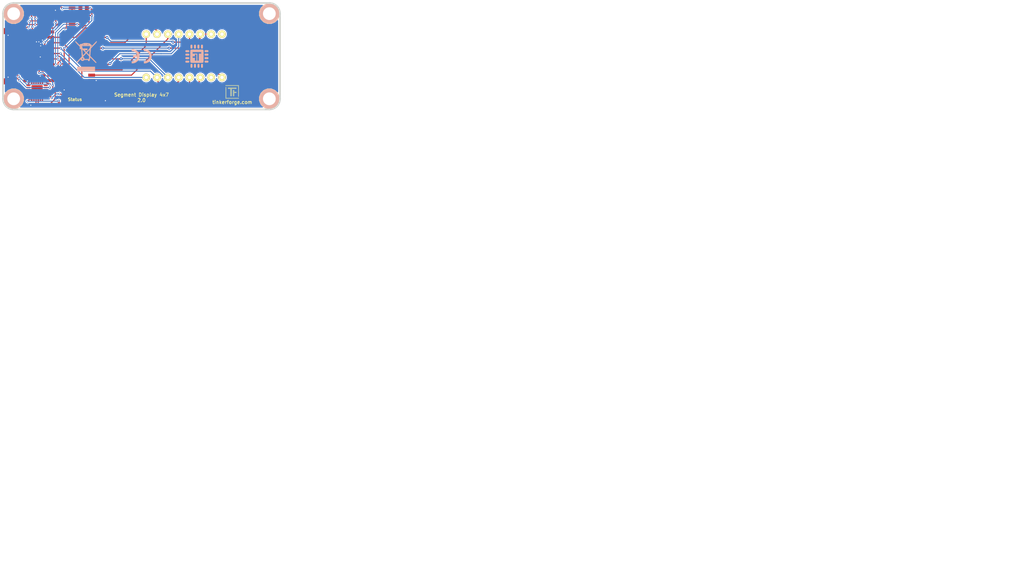
<source format=kicad_pcb>
(kicad_pcb (version 4) (host pcbnew 4.0.2+dfsg1-stable)
  (title_block (title "Segment Display 4x7 Bricklet") (date 2018-07-11) (rev 2.0) (company "Tinkerforge GmbH") (comment 1 "Licensed under CERN OHL v.1.1") (comment 2 "Copyright (©) 2018, L.Lauer <lukas@tinkerforge.com>"))
  (layers (0 Vorderseite signal) (31 Rückseite signal) (34 B.Paste user) (35 F.Paste user) (36 B.SilkS user) (37 F.SilkS user) (38 B.Mask user) (39 F.Mask user) (44 Edge.Cuts user))
  (net 0 "")
  (net 1 +5V)
  (net 2 COM1)
  (net 3 COM2)
  (net 4 COM3)
  (net 5 COM4)
  (net 6 GND)
  (net 7 VCC)
  (net 8 "Net-(P1-Pad4)")
  (net 9 "Net-(P1-Pad5)")
  (net 10 "Net-(P1-Pad6)")
  (net 11 "Net-(U2-Pad2)")
  (net 12 "Net-(U2-Pad3)")
  (net 13 "Net-(U2-Pad4)")
  (net 14 "Net-(U2-Pad5)")
  (net 15 "Net-(U2-Pad6)")
  (net 16 "Net-(U2-Pad7)")
  (net 17 "Net-(U2-Pad8)")
  (net 18 "Net-(U2-Pad9)")
  (net 19 "Net-(U2-Pad10)")
  (net 20 "Net-(U2-Pad11)")
  (net 21 "Net-(U2-Pad19)")
  (net 22 "Net-(U2-Pad20)")
  (net 23 "Net-(U3-Pad7)")
  (net 24 "Net-(U3-Pad9)")
  (net 25 "Net-(U3-Pad10)")
  (net 26 SDA2)
  (net 27 "Net-(C2-Pad1)")
  (net 28 SCL2)
  (net 29 "Net-(C8-Pad1)")
  (net 30 "Net-(D1-Pad2)")
  (net 31 "Net-(P2-Pad1)")
  (net 32 "Net-(P3-Pad2)")
  (net 33 "Net-(R1-Pad1)")
  (net 34 S-MISO)
  (net 35 S-MOSI)
  (net 36 S-CLK)
  (net 37 S-CS)
  (net 38 "Net-(RP2-Pad6)")
  (net 39 "Net-(RP2-Pad7)")
  (net 40 "Net-(U1-Pad2)")
  (net 41 "Net-(U1-Pad3)")
  (net 42 "Net-(U1-Pad5)")
  (net 43 "Net-(U1-Pad6)")
  (net 44 "Net-(U1-Pad8)")
  (net 45 "Net-(U1-Pad11)")
  (net 46 "Net-(U1-Pad12)")
  (net 47 "Net-(U1-Pad14)")
  (net 48 "Net-(U1-Pad16)")
  (net 49 SDA)
  (net 50 "Net-(U1-Pad18)")
  (net 51 SCL)
  (net 52 "Net-(U1-Pad20)")
  (net 53 "Net-(U1-Pad21)")
  (net 54 "Net-(U1-Pad4)")
  (net 55 "Net-(RP3-Pad6)")
  (net 56 "Net-(RP3-Pad7)")
  (module kicad-libraries:SOIC8 (layer Vorderseite) (at 56.4 32.9 270)
    (fp_text reference U8)
    (fp_text value PCA9306D)
    (pad 1 smd rect (at -1.90246 2.69748 90) (size 0.59944 1.5494) (layers Vorderseite F.Paste F.Mask) (net 6 GND))
    (pad 2 smd rect (at -0.63246 2.69748 90) (size 0.59944 1.5494) (layers Vorderseite F.Paste F.Mask) (net 7 VCC))
    (pad 3 smd rect (at 0.63246 2.69748 90) (size 0.59944 1.5494) (layers Vorderseite F.Paste F.Mask) (net 51 SCL))
    (pad 4 smd rect (at 1.90246 2.69748 90) (size 0.59944 1.5494) (layers Vorderseite F.Paste F.Mask) (net 49 SDA))
    (pad 5 smd rect (at 1.90246 -2.69748 270) (size 0.59944 1.5494) (layers Vorderseite F.Paste F.Mask) (net 26 SDA2))
    (pad 6 smd rect (at 0.63246 -2.69748 270) (size 0.59944 1.5494) (layers Vorderseite F.Paste F.Mask) (net 28 SCL2))
    (pad 7 smd rect (at -0.63246 -2.69748 270) (size 0.59944 1.5494) (layers Vorderseite F.Paste F.Mask) (net 29 "Net-(C8-Pad1)"))
    (pad 8 smd rect (at -1.90246 -2.69748 270) (size 0.59944 1.5494) (layers Vorderseite F.Paste F.Mask) (net 29 "Net-(C8-Pad1)"))
  )
  (module kicad-libraries:QFN24-4x4mm-0.5mm (layer Vorderseite) (at 50.9 50.4)
    (fp_text reference U1)
    (fp_text value XMC1XXX24)
    (pad 1 smd oval (at -2.025 -1.25) (size 1 0.3) (layers Vorderseite F.Paste F.Mask) (net 34 S-MISO))
    (pad 2 smd oval (at -2.025 -0.75) (size 1 0.3) (layers Vorderseite F.Paste F.Mask) (net 40 "Net-(U1-Pad2)"))
    (pad 3 smd oval (at -2.025 -0.25) (size 1 0.3) (layers Vorderseite F.Paste F.Mask) (net 41 "Net-(U1-Pad3)"))
    (pad 4 smd oval (at -2.025 0.25) (size 1 0.3) (layers Vorderseite F.Paste F.Mask) (net 54 "Net-(U1-Pad4)"))
    (pad 5 smd oval (at -2.025 0.75) (size 1 0.3) (layers Vorderseite F.Paste F.Mask) (net 42 "Net-(U1-Pad5)"))
    (pad 6 smd oval (at -2.025 1.25) (size 1 0.3) (layers Vorderseite F.Paste F.Mask) (net 43 "Net-(U1-Pad6)"))
    (pad 7 smd oval (at -1.25 2.025 90) (size 1 0.3) (layers Vorderseite F.Paste F.Mask) (net 33 "Net-(R1-Pad1)"))
    (pad 8 smd oval (at -0.75 2.025 90) (size 1 0.3) (layers Vorderseite F.Paste F.Mask) (net 44 "Net-(U1-Pad8)"))
    (pad 9 smd oval (at -0.25 2.025 90) (size 1 0.3) (layers Vorderseite F.Paste F.Mask) (net 6 GND))
    (pad 10 smd oval (at 0.25 2.025 90) (size 1 0.3) (layers Vorderseite F.Paste F.Mask) (net 7 VCC))
    (pad 11 smd oval (at 0.75 2.025 90) (size 1 0.3) (layers Vorderseite F.Paste F.Mask) (net 45 "Net-(U1-Pad11)"))
    (pad 12 smd oval (at 1.25 2.025 90) (size 1 0.3) (layers Vorderseite F.Paste F.Mask) (net 46 "Net-(U1-Pad12)"))
    (pad 13 smd oval (at 2.025 1.25) (size 1 0.3) (layers Vorderseite F.Paste F.Mask) (net 32 "Net-(P3-Pad2)"))
    (pad 14 smd oval (at 2.025 0.75) (size 1 0.3) (layers Vorderseite F.Paste F.Mask) (net 47 "Net-(U1-Pad14)"))
    (pad 15 smd oval (at 2.025 0.25) (size 1 0.3) (layers Vorderseite F.Paste F.Mask) (net 31 "Net-(P2-Pad1)"))
    (pad 16 smd oval (at 2.025 -0.25) (size 1 0.3) (layers Vorderseite F.Paste F.Mask) (net 48 "Net-(U1-Pad16)"))
    (pad 17 smd oval (at 2.025 -0.75) (size 1 0.3) (layers Vorderseite F.Paste F.Mask) (net 49 SDA))
    (pad 18 smd oval (at 2.025 -1.25) (size 1 0.3) (layers Vorderseite F.Paste F.Mask) (net 50 "Net-(U1-Pad18)"))
    (pad 19 smd oval (at 1.25 -2.025 90) (size 1 0.3) (layers Vorderseite F.Paste F.Mask) (net 51 SCL))
    (pad 20 smd oval (at 0.75 -2.025 90) (size 1 0.3) (layers Vorderseite F.Paste F.Mask) (net 52 "Net-(U1-Pad20)"))
    (pad 21 smd oval (at 0.25 -2.025 90) (size 1 0.3) (layers Vorderseite F.Paste F.Mask) (net 53 "Net-(U1-Pad21)"))
    (pad 22 smd oval (at -0.25 -2.025 90) (size 1 0.3) (layers Vorderseite F.Paste F.Mask) (net 37 S-CS))
    (pad 23 smd oval (at -0.75 -2.025 90) (size 1 0.3) (layers Vorderseite F.Paste F.Mask) (net 36 S-CLK))
    (pad 24 smd oval (at -1.25 -2.025 90) (size 1 0.3) (layers Vorderseite F.Paste F.Mask) (net 35 S-MOSI))
    (pad EXP smd rect (at 0.65 0.65) (size 1.3 1.3) (layers Vorderseite F.Paste F.Mask) (net 6 GND))
    (pad EXP smd rect (at 0.65 -0.65) (size 1.3 1.3) (layers Vorderseite F.Paste F.Mask) (net 6 GND))
    (pad EXP smd rect (at -0.65 0.65) (size 1.3 1.3) (layers Vorderseite F.Paste F.Mask) (net 6 GND))
    (pad EXP smd rect (at -0.65 -0.65) (size 1.3 1.3) (layers Vorderseite F.Paste F.Mask) (net 6 GND))
  )
  (module kicad-libraries:4X0402 (layer Vorderseite) (at 50 46.4 180)
    (fp_text reference RP1)
    (fp_text value 82)
    (pad 1 smd rect (at -0.7493 0.575) (size 0.29972 0.65) (layers Vorderseite F.Paste F.Mask) (net 8 "Net-(P1-Pad4)"))
    (pad 2 smd rect (at -0.24892 0.575) (size 0.29972 0.65) (layers Vorderseite F.Paste F.Mask) (net 9 "Net-(P1-Pad5)"))
    (pad 3 smd rect (at 0.24892 0.575) (size 0.29972 0.65) (layers Vorderseite F.Paste F.Mask) (net 10 "Net-(P1-Pad6)"))
    (pad 4 smd rect (at 0.7493 0.575) (size 0.29972 0.65) (layers Vorderseite F.Paste F.Mask) (net 27 "Net-(C2-Pad1)"))
    (pad 5 smd rect (at 0.7493 -0.575 180) (size 0.29972 0.65) (layers Vorderseite F.Paste F.Mask) (net 34 S-MISO))
    (pad 6 smd rect (at 0.24892 -0.575 180) (size 0.29972 0.65) (layers Vorderseite F.Paste F.Mask) (net 35 S-MOSI))
    (pad 7 smd rect (at -0.24892 -0.575 180) (size 0.29972 0.65) (layers Vorderseite F.Paste F.Mask) (net 36 S-CLK))
    (pad 8 smd rect (at -0.7493 -0.575 180) (size 0.29972 0.65) (layers Vorderseite F.Paste F.Mask) (net 37 S-CS))
  )
  (module kicad-libraries:R0603F (layer Vorderseite) (at 61.82 31.02)
    (fp_text reference R2)
    (fp_text value 200k)
    (pad 1 smd rect (at -0.75 0) (size 0.9 0.9) (layers Vorderseite F.Paste F.Mask) (net 29 "Net-(C8-Pad1)"))
    (pad 2 smd rect (at 0.75 0) (size 0.9 0.9) (layers Vorderseite F.Paste F.Mask) (net 1 +5V))
  )
  (module kicad-libraries:R0603F (layer Vorderseite) (at 56.81 53.63)
    (fp_text reference R1)
    (fp_text value 1k)
    (pad 1 smd rect (at -0.75 0) (size 0.9 0.9) (layers Vorderseite F.Paste F.Mask) (net 33 "Net-(R1-Pad1)"))
    (pad 2 smd rect (at 0.75 0) (size 0.9 0.9) (layers Vorderseite F.Paste F.Mask) (net 30 "Net-(D1-Pad2)"))
  )
  (module kicad-libraries:SolderJumper (layer Vorderseite) (at 65.92 52.74 180)
    (fp_text reference P3)
    (fp_text value BOOT)
    (pad 2 smd rect (at 0.55 0 180) (size 0.3 1.4) (layers Vorderseite F.Mask) (net 32 "Net-(P3-Pad2)"))
    (pad 2 smd rect (at 0.15 0 180) (size 0.6 0.5) (layers Vorderseite F.Mask) (net 32 "Net-(P3-Pad2)"))
    (pad 1 smd rect (at -0.5 0 180) (size 0.4 1.4) (layers Vorderseite F.Mask) (net 6 GND))
    (pad 1 smd rect (at -0.225 0.55 180) (size 0.95 0.3) (layers Vorderseite F.Mask) (net 6 GND))
    (pad 1 smd rect (at -0.225 -0.55 180) (size 0.95 0.3) (layers Vorderseite F.Mask) (net 6 GND))
  )
  (module kicad-libraries:DEBUG_PAD (layer Vorderseite) (at 54.27 50.95)
    (fp_text reference P2)
    (fp_text value DEBUG)
    (pad 1 smd circle (at 0 0) (size 0.7 0.7) (layers Vorderseite F.Paste F.Mask) (net 31 "Net-(P2-Pad1)"))
  )
  (module kicad-libraries:CON-SENSOR2 (layer Vorderseite) (at 42.9 42.3 270)
    (fp_text reference P1)
    (fp_text value CON-SENSOR2)
    (pad 1 smd rect (at -3.75 -4.6 270) (size 0.6 1.8) (layers Vorderseite F.Paste F.Mask) (net 1 +5V))
    (pad 2 smd rect (at -2.5 -4.6 270) (size 0.6 1.8) (layers Vorderseite F.Paste F.Mask) (net 6 GND))
    (pad EP smd rect (at -5.9 -1.2 270) (size 1.4 2.4) (layers Vorderseite F.Paste F.Mask) (net 6 GND))
    (pad EP smd rect (at 5.9 -1.2 270) (size 1.4 2.4) (layers Vorderseite F.Paste F.Mask) (net 6 GND))
    (pad 3 smd rect (at -1.25 -4.6 270) (size 0.6 1.8) (layers Vorderseite F.Paste F.Mask) (net 7 VCC))
    (pad 4 smd rect (at 0 -4.6 270) (size 0.6 1.8) (layers Vorderseite F.Paste F.Mask) (net 8 "Net-(P1-Pad4)"))
    (pad 5 smd rect (at 1.25 -4.6 270) (size 0.6 1.8) (layers Vorderseite F.Paste F.Mask) (net 9 "Net-(P1-Pad5)"))
    (pad 6 smd rect (at 2.5 -4.6 270) (size 0.6 1.8) (layers Vorderseite F.Paste F.Mask) (net 10 "Net-(P1-Pad6)"))
    (pad 7 smd rect (at 3.75 -4.6 270) (size 0.6 1.8) (layers Vorderseite F.Paste F.Mask) (net 27 "Net-(C2-Pad1)"))
  )
  (module kicad-libraries:D0603F (layer Vorderseite) (at 59.77 53.63 180)
    (fp_text reference D1)
    (fp_text value blue)
    (pad 1 smd rect (at -0.75 0 180) (size 0.9 0.9) (layers Vorderseite F.Paste F.Mask) (net 7 VCC))
    (pad 2 smd rect (at 0.75 0 180) (size 0.9 0.9) (layers Vorderseite F.Paste F.Mask) (net 30 "Net-(D1-Pad2)"))
  )
  (module kicad-libraries:C0603F (layer Vorderseite) (at 52.16 37.03 270)
    (fp_text reference C8)
    (fp_text value 100nF)
    (pad 1 smd rect (at -0.75 0 270) (size 0.9 0.9) (layers Vorderseite F.Paste F.Mask) (net 29 "Net-(C8-Pad1)"))
    (pad 2 smd rect (at 0.75 0 270) (size 0.9 0.9) (layers Vorderseite F.Paste F.Mask) (net 6 GND))
  )
  (module kicad-libraries:C0603F (layer Vorderseite) (at 50.9 53.8 180)
    (fp_text reference C7)
    (fp_text value 100nF)
    (pad 1 smd rect (at -0.75 0 180) (size 0.9 0.9) (layers Vorderseite F.Paste F.Mask) (net 7 VCC))
    (pad 2 smd rect (at 0.75 0 180) (size 0.9 0.9) (layers Vorderseite F.Paste F.Mask) (net 6 GND))
  )
  (module kicad-libraries:C0603F (layer Vorderseite) (at 51.01 40.41 90)
    (fp_text reference C6)
    (fp_text value 1uF)
    (pad 1 smd rect (at -0.75 0 90) (size 0.9 0.9) (layers Vorderseite F.Paste F.Mask) (net 7 VCC))
    (pad 2 smd rect (at 0.75 0 90) (size 0.9 0.9) (layers Vorderseite F.Paste F.Mask) (net 6 GND))
  )
  (module kicad-libraries:C0603F (layer Vorderseite) (at 56.51 49.48)
    (fp_text reference C5)
    (fp_text value 100nF)
    (pad 1 smd rect (at -0.75 0) (size 0.9 0.9) (layers Vorderseite F.Paste F.Mask) (net 1 +5V))
    (pad 2 smd rect (at 0.75 0) (size 0.9 0.9) (layers Vorderseite F.Paste F.Mask) (net 6 GND))
  )
  (module kicad-libraries:C0805 (layer Vorderseite) (at 49.54 40.41 90)
    (fp_text reference C4)
    (fp_text value 10uF)
    (pad 1 smd rect (at -1.00076 0 90) (size 1.00076 1.24968) (layers Vorderseite F.Paste F.Mask) (net 7 VCC) (clearance 0.14986))
    (pad 2 smd rect (at 1.00076 0 90) (size 1.00076 1.24968) (layers Vorderseite F.Paste F.Mask) (net 6 GND) (clearance 0.14986))
  )
  (module kicad-libraries:C0603F (layer Vorderseite) (at 52.38 46.22 90)
    (fp_text reference C3)
    (fp_text value 1nF)
    (pad 1 smd rect (at -0.75 0 90) (size 0.9 0.9) (layers Vorderseite F.Paste F.Mask) (net 6 GND))
    (pad 2 smd rect (at 0.75 0 90) (size 0.9 0.9) (layers Vorderseite F.Paste F.Mask) (net 28 SCL2))
  )
  (module kicad-libraries:C0402F (layer Vorderseite) (at 48 47.6 270)
    (fp_text reference C2)
    (fp_text value 220pF)
    (pad 2 smd rect (at 0.5 0 270) (size 0.6 0.7) (layers Vorderseite F.Paste F.Mask) (net 6 GND))
    (pad 1 smd rect (at -0.5 0 270) (size 0.6 0.7) (layers Vorderseite F.Paste F.Mask) (net 27 "Net-(C2-Pad1)"))
  )
  (module kicad-libraries:C0603F (layer Vorderseite) (at 52.38 43.23 270)
    (fp_text reference C1)
    (fp_text value 1nF)
    (pad 1 smd rect (at -0.75 0 270) (size 0.9 0.9) (layers Vorderseite F.Paste F.Mask) (net 6 GND))
    (pad 2 smd rect (at 0.75 0 270) (size 0.9 0.9) (layers Vorderseite F.Paste F.Mask) (net 26 SDA2))
  )
  (module kicad-libraries:SEGMENT_4X7 (layer Vorderseite) (at 85.4 42.2)
    (fp_text reference U3)
    (fp_text value SEGMENT_4X7)
    (pad 1 thru_hole circle (at -8.89 5.08) (size 1.8 1.8) (drill 0.8) (layers *.Cu *.Mask F.SilkS) (net 2 COM1))
    (pad 2 thru_hole circle (at -6.35 5.08) (size 1.8 1.8) (drill 0.8) (layers *.Cu *.Mask F.SilkS) (net 3 COM2))
    (pad 3 thru_hole circle (at -3.81 5.08) (size 1.8 1.8) (drill 0.8) (layers *.Cu *.Mask F.SilkS) (net 14 "Net-(U2-Pad5)"))
    (pad 4 thru_hole circle (at -1.27 5.08) (size 1.8 1.8) (drill 0.8) (layers *.Cu *.Mask F.SilkS) (net 3 COM2))
    (pad 5 thru_hole circle (at 1.27 5.08) (size 1.8 1.8) (drill 0.8) (layers *.Cu *.Mask F.SilkS) (net 15 "Net-(U2-Pad6)"))
    (pad 6 thru_hole circle (at 3.81 5.08) (size 1.8 1.8) (drill 0.8) (layers *.Cu *.Mask F.SilkS) (net 4 COM3))
    (pad 7 thru_hole circle (at 6.35 5.08) (size 1.8 1.8) (drill 0.8) (layers *.Cu *.Mask F.SilkS) (net 23 "Net-(U3-Pad7)"))
    (pad 8 thru_hole circle (at 8.89 5.08) (size 1.8 1.8) (drill 0.8) (layers *.Cu *.Mask F.SilkS) (net 5 COM4))
    (pad 9 thru_hole circle (at 8.89 -5.08) (size 1.8 1.8) (drill 0.8) (layers *.Cu *.Mask F.SilkS) (net 24 "Net-(U3-Pad9)"))
    (pad 10 thru_hole circle (at 6.35 -5.08) (size 1.8 1.8) (drill 0.8) (layers *.Cu *.Mask F.SilkS) (net 25 "Net-(U3-Pad10)"))
    (pad 11 thru_hole circle (at 3.81 -5.08) (size 1.8 1.8) (drill 0.8) (layers *.Cu *.Mask F.SilkS) (net 16 "Net-(U2-Pad7)"))
    (pad 12 thru_hole circle (at 1.27 -5.08) (size 1.8 1.8) (drill 0.8) (layers *.Cu *.Mask F.SilkS) (net 18 "Net-(U2-Pad9)"))
    (pad 13 thru_hole circle (at -1.27 -5.08) (size 1.8 1.8) (drill 0.8) (layers *.Cu *.Mask F.SilkS) (net 13 "Net-(U2-Pad4)"))
    (pad 14 thru_hole circle (at -3.81 -5.08) (size 1.8 1.8) (drill 0.8) (layers *.Cu *.Mask F.SilkS) (net 11 "Net-(U2-Pad2)"))
    (pad 15 thru_hole circle (at -6.35 -5.08) (size 1.8 1.8) (drill 0.9) (layers *.Cu *.Mask F.SilkS) (net 17 "Net-(U2-Pad8)"))
    (pad 16 thru_hole circle (at -8.89 -5.08) (size 1.8 1.8) (drill 0.9) (layers *.Cu *.Mask F.SilkS) (net 12 "Net-(U2-Pad3)"))
  )
  (module kicad-libraries:SOP20 (layer Vorderseite) (at 58.9 42.3 90)
    (fp_text reference U2)
    (fp_text value TM1637)
    (pad 1 smd rect (at -5.71246 4.79806 270) (size 0.6985 1.59766) (layers Vorderseite F.Paste F.Mask) (net 6 GND))
    (pad 2 smd rect (at -4.44246 4.79806 270) (size 0.6985 1.59766) (layers Vorderseite F.Paste F.Mask) (net 11 "Net-(U2-Pad2)"))
    (pad 3 smd rect (at -3.17246 4.79806 270) (size 0.6985 1.59766) (layers Vorderseite F.Paste F.Mask) (net 12 "Net-(U2-Pad3)"))
    (pad 4 smd rect (at -1.90246 4.79806 270) (size 0.6985 1.59766) (layers Vorderseite F.Paste F.Mask) (net 13 "Net-(U2-Pad4)"))
    (pad 5 smd rect (at -0.63246 4.79806 270) (size 0.6985 1.59766) (layers Vorderseite F.Paste F.Mask) (net 14 "Net-(U2-Pad5)"))
    (pad 6 smd rect (at 0.63246 4.79806 270) (size 0.6985 1.59766) (layers Vorderseite F.Paste F.Mask) (net 15 "Net-(U2-Pad6)"))
    (pad 7 smd rect (at 1.90246 4.79806 270) (size 0.6985 1.59766) (layers Vorderseite F.Paste F.Mask) (net 16 "Net-(U2-Pad7)"))
    (pad 8 smd rect (at 3.17246 4.79806 270) (size 0.6985 1.59766) (layers Vorderseite F.Paste F.Mask) (net 17 "Net-(U2-Pad8)"))
    (pad 9 smd rect (at 4.44246 4.79806 270) (size 0.6985 1.59766) (layers Vorderseite F.Paste F.Mask) (net 18 "Net-(U2-Pad9)"))
    (pad 10 smd rect (at 5.71246 4.79806 270) (size 0.6985 1.59766) (layers Vorderseite F.Paste F.Mask) (net 19 "Net-(U2-Pad10)"))
    (pad 11 smd rect (at 5.71246 -4.79806 90) (size 0.6985 1.59766) (layers Vorderseite F.Paste F.Mask) (net 20 "Net-(U2-Pad11)"))
    (pad 12 smd rect (at 4.44246 -4.79806 90) (size 0.6985 1.59766) (layers Vorderseite F.Paste F.Mask) (net 5 COM4))
    (pad 13 smd rect (at 3.17246 -4.79806 90) (size 0.6985 1.59766) (layers Vorderseite F.Paste F.Mask) (net 4 COM3))
    (pad 14 smd rect (at 1.90246 -4.79806 90) (size 0.6985 1.59766) (layers Vorderseite F.Paste F.Mask) (net 3 COM2))
    (pad 15 smd rect (at 0.63246 -4.79806 90) (size 0.6985 1.59766) (layers Vorderseite F.Paste F.Mask) (net 2 COM1))
    (pad 16 smd rect (at -0.63246 -4.79806 90) (size 0.6985 1.59766) (layers Vorderseite F.Paste F.Mask) (net 1 +5V))
    (pad 17 smd rect (at -1.90246 -4.79806 90) (size 0.6985 1.59766) (layers Vorderseite F.Paste F.Mask) (net 26 SDA2))
    (pad 18 smd rect (at -3.17246 -4.79806 90) (size 0.6985 1.59766) (layers Vorderseite F.Paste F.Mask) (net 28 SCL2))
    (pad 19 smd rect (at -4.44246 -4.79806 90) (size 0.6985 1.59766) (layers Vorderseite F.Paste F.Mask) (net 21 "Net-(U2-Pad19)"))
    (pad 20 smd rect (at -5.71246 -4.79806 90) (size 0.6985 1.59766) (layers Vorderseite F.Paste F.Mask) (net 22 "Net-(U2-Pad20)"))
  )
  (module kicad-libraries:DRILL_NP (layer Vorderseite) (at 45.4 52.3)
    (fp_text reference U4 hide)
    (fp_text value DRILL hide)
    (pad "" np_thru_hole circle (at 0 0) (size 2.99974 2.99974) (drill 2.99974) (layers *.Cu *.Mask F.SilkS) (clearance 0.89916))
  )
  (module kicad-libraries:DRILL_NP (layer Vorderseite) (at 45.4 32.3)
    (fp_text reference U6 hide)
    (fp_text value DRILL hide)
    (pad "" np_thru_hole circle (at 0 0) (size 2.99974 2.99974) (drill 2.99974) (layers *.Cu *.Mask F.SilkS) (clearance 0.89916))
  )
  (module kicad-libraries:DRILL_NP (layer Vorderseite) (at 105.4 52.3)
    (fp_text reference U5 hide)
    (fp_text value DRILL hide)
    (pad "" np_thru_hole circle (at 0 0) (size 2.99974 2.99974) (drill 2.99974) (layers *.Cu *.Mask F.SilkS) (clearance 0.89916))
  )
  (module kicad-libraries:DRILL_NP (layer Vorderseite) (at 105.4 32.3)
    (fp_text reference U7 hide)
    (fp_text value DRILL hide)
    (pad "" np_thru_hole circle (at 0 0) (size 2.99974 2.99974) (drill 2.99974) (layers *.Cu *.Mask F.SilkS) (clearance 0.89916))
  )
  (module kicad-libraries:Logo_31x31 (layer Vorderseite) (at 95.1 49.1)
    (fp_text reference G*** hide)
    (fp_text value Logo_31x31 hide)
  )
  (module kicad-libraries:WEEE_7mm (layer Rückseite) (at 62.4 42.3 180)
    (fp_text reference VAL hide)
    (fp_text value WEEE_7mm hide)
  )
  (module kicad-libraries:CE_5mm (layer Rückseite) (at 75.4 42.3 180)
    (fp_text reference VAL hide)
    (fp_text value CE_5mm hide)
  )
  (module kicad-libraries:Fiducial_Mark (layer Vorderseite) (at 100.4 50.3)
    (fp_text reference Fiducial_Mark hide)
    (fp_text value VAL** hide)
    (pad 1 smd circle (at 0 0) (size 1.00076 1.00076) (layers Vorderseite F.Paste F.Mask) (clearance 0.65024))
  )
  (module kicad-libraries:Fiducial_Mark (layer Vorderseite) (at 100.4 31.3)
    (fp_text reference Fiducial_Mark hide)
    (fp_text value VAL** hide)
    (pad 1 smd circle (at 0 0) (size 1.00076 1.00076) (layers Vorderseite F.Paste F.Mask) (clearance 0.65024))
  )
  (module kicad-libraries:Fiducial_Mark (layer Vorderseite) (at 69.6 32.9)
    (fp_text reference Fiducial_Mark hide)
    (fp_text value VAL** hide)
    (pad 1 smd circle (at 0 0) (size 1.00076 1.00076) (layers Vorderseite F.Paste F.Mask) (clearance 0.65024))
  )
  (module kicad-libraries:Logo_CoMCU (layer Rückseite) (at 88.4 42.3 180)
    (fp_text reference G*** hide)
    (fp_text value LOGO hide)
  )
  (module kicad-libraries:4X0402 (layer Vorderseite) (at 51.19 31.94 180)
    (fp_text reference RP3)
    (fp_text value 2k2)
    (pad 1 smd rect (at -0.7493 0.575) (size 0.29972 0.65) (layers Vorderseite F.Paste F.Mask) (net 7 VCC))
    (pad 2 smd rect (at -0.24892 0.575) (size 0.29972 0.65) (layers Vorderseite F.Paste F.Mask) (net 7 VCC))
    (pad 3 smd rect (at 0.24892 0.575) (size 0.29972 0.65) (layers Vorderseite F.Paste F.Mask) (net 7 VCC))
    (pad 4 smd rect (at 0.7493 0.575) (size 0.29972 0.65) (layers Vorderseite F.Paste F.Mask) (net 7 VCC))
    (pad 5 smd rect (at 0.7493 -0.575 180) (size 0.29972 0.65) (layers Vorderseite F.Paste F.Mask) (net 49 SDA))
    (pad 6 smd rect (at 0.24892 -0.575 180) (size 0.29972 0.65) (layers Vorderseite F.Paste F.Mask) (net 55 "Net-(RP3-Pad6)"))
    (pad 7 smd rect (at -0.24892 -0.575 180) (size 0.29972 0.65) (layers Vorderseite F.Paste F.Mask) (net 56 "Net-(RP3-Pad7)"))
    (pad 8 smd rect (at -0.7493 -0.575 180) (size 0.29972 0.65) (layers Vorderseite F.Paste F.Mask) (net 51 SCL))
  )
  (module kicad-libraries:4X0402 (layer Vorderseite) (at 62.3 33.3 180)
    (fp_text reference RP2)
    (fp_text value 2k2)
    (pad 1 smd rect (at -0.7493 0.575) (size 0.29972 0.65) (layers Vorderseite F.Paste F.Mask) (net 1 +5V))
    (pad 2 smd rect (at -0.24892 0.575) (size 0.29972 0.65) (layers Vorderseite F.Paste F.Mask) (net 1 +5V))
    (pad 3 smd rect (at 0.24892 0.575) (size 0.29972 0.65) (layers Vorderseite F.Paste F.Mask) (net 1 +5V))
    (pad 4 smd rect (at 0.7493 0.575) (size 0.29972 0.65) (layers Vorderseite F.Paste F.Mask) (net 1 +5V))
    (pad 5 smd rect (at 0.7493 -0.575 180) (size 0.29972 0.65) (layers Vorderseite F.Paste F.Mask) (net 26 SDA2))
    (pad 6 smd rect (at 0.24892 -0.575 180) (size 0.29972 0.65) (layers Vorderseite F.Paste F.Mask) (net 38 "Net-(RP2-Pad6)"))
    (pad 7 smd rect (at -0.24892 -0.575 180) (size 0.29972 0.65) (layers Vorderseite F.Paste F.Mask) (net 39 "Net-(RP2-Pad7)"))
    (pad 8 smd rect (at -0.7493 -0.575 180) (size 0.29972 0.65) (layers Vorderseite F.Paste F.Mask) (net 28 SCL2))
  )
  (gr_text Status (at 59.77 52.44) (layer F.SilkS) (effects (font (size 0.7 0.7))))
  (gr_line (start 107.9 52.3) (end 107.9 32.4) (angle 90) (layer Edge.Cuts) (width 0.381))
  (gr_line (start 105.4 54.8) (end 45.4 54.8) (angle 90) (layer Edge.Cuts) (width 0.381))
  (gr_line (start 105.5 29.8) (end 45.4 29.8) (angle 90) (layer Edge.Cuts) (width 0.381))
  (gr_arc (start 105.4 52.3) (end 107.9 52.3) (angle 90) (layer Edge.Cuts) (width 0.381))
  (gr_arc (start 105.4 32.3) (end 105.5 29.8) (angle 90) (layer Edge.Cuts) (width 0.381))
  (gr_text "Segment Display 4x7\n2.0" (at 75.4 52) (layer F.SilkS) (effects (font (size 0.8 0.8))))
  (gr_text tinkerforge.com (at 96.7 53.1) (layer F.SilkS) (effects (font (size 0.8 0.8))))
  (gr_line (start 42.9 32.3) (end 42.9 52.3) (angle 90) (layer Edge.Cuts) (width 0.381))
  (gr_arc (start 45.4 32.3) (end 42.9 32.3) (angle 90) (layer Edge.Cuts) (width 0.381))
  (gr_arc (start 45.4 52.3) (end 45.4 54.8) (angle 90) (layer Edge.Cuts) (width 0.381))
  (segment (start 47.5 38.55) (end 48.87 38.55) (width 0.25) (layer Vorderseite) (net 1))
  (segment (start 63.35 31.02) (end 63.4 31.02) (width 0.25) (layer Vorderseite) (net 1))
  (via (at 63.35 31.02) (size 0.55) (drill 0.25) (layers Vorderseite Rückseite) (net 1))
  (segment (start 56.87 31.02) (end 63.35 31.02) (width 0.25) (layer Rückseite) (net 1))
  (segment (start 56.83 31.06) (end 56.87 31.02) (width 0.25) (layer Rückseite) (net 1))
  (via (at 56.83 31.06) (size 0.55) (drill 0.25) (layers Vorderseite Rückseite) (net 1))
  (segment (start 56.18 30.41) (end 56.83 31.06) (width 0.25) (layer Vorderseite) (net 1))
  (segment (start 50.08 30.41) (end 56.18 30.41) (width 0.25) (layer Vorderseite) (net 1))
  (segment (start 49.61 30.88) (end 50.08 30.41) (width 0.25) (layer Vorderseite) (net 1))
  (segment (start 49.61 33.25) (end 49.61 30.88) (width 0.25) (layer Vorderseite) (net 1))
  (via (at 49.61 33.25) (size 0.55) (drill 0.25) (layers Vorderseite Rückseite) (net 1))
  (segment (start 49.61 33.63) (end 49.61 33.25) (width 0.25) (layer Rückseite) (net 1))
  (segment (start 49.78 33.8) (end 49.61 33.63) (width 0.25) (layer Rückseite) (net 1))
  (segment (start 49.78 35.44) (end 49.78 33.8) (width 0.25) (layer Rückseite) (net 1))
  (via (at 49.78 35.44) (size 0.55) (drill 0.25) (layers Vorderseite Rückseite) (net 1))
  (segment (start 49.78 37.64) (end 49.78 35.44) (width 0.25) (layer Vorderseite) (net 1))
  (segment (start 48.87 38.55) (end 49.78 37.64) (width 0.25) (layer Vorderseite) (net 1))
  (segment (start 63.75 32.73) (end 63.0543 32.73) (width 0.25) (layer Vorderseite) (net 1))
  (segment (start 63.0543 32.73) (end 63.0493 32.725) (width 0.25) (layer Vorderseite) (net 1))
  (segment (start 56.43 44.12) (end 56.85 44.12) (width 0.25) (layer Vorderseite) (net 1))
  (segment (start 63.4 31.02) (end 62.57 31.02) (width 0.25) (layer Vorderseite) (net 1))
  (segment (start 63.74 31.36) (end 63.4 31.02) (width 0.25) (layer Vorderseite) (net 1))
  (segment (start 63.74 32.72) (end 63.74 31.36) (width 0.25) (layer Vorderseite) (net 1))
  (segment (start 63.75 32.73) (end 63.74 32.72) (width 0.25) (layer Vorderseite) (net 1))
  (via (at 63.75 32.73) (size 0.55) (drill 0.25) (layers Vorderseite Rückseite) (net 1))
  (segment (start 63.75 33.91) (end 63.75 32.73) (width 0.25) (layer Rückseite) (net 1))
  (segment (start 57.26 40.4) (end 63.75 33.91) (width 0.25) (layer Rückseite) (net 1))
  (via (at 57.26 40.4) (size 0.55) (drill 0.25) (layers Vorderseite Rückseite) (net 1))
  (segment (start 57.26 43.71) (end 57.26 40.4) (width 0.25) (layer Vorderseite) (net 1))
  (segment (start 56.85 44.12) (end 57.26 43.71) (width 0.25) (layer Vorderseite) (net 1))
  (segment (start 62.54892 32.725) (end 63.0493 32.725) (width 0.25) (layer Vorderseite) (net 1))
  (segment (start 62.05108 32.725) (end 62.54892 32.725) (width 0.25) (layer Vorderseite) (net 1))
  (segment (start 61.5507 32.725) (end 62.05108 32.725) (width 0.25) (layer Vorderseite) (net 1))
  (segment (start 62.54892 31.04108) (end 62.57 31.02) (width 0.25) (layer Vorderseite) (net 1))
  (segment (start 54.10194 42.93246) (end 55.69246 42.93246) (width 0.2) (layer Vorderseite) (net 1))
  (segment (start 55.76 48.24) (end 55.76 49.48) (width 0.2) (layer Vorderseite) (net 1))
  (segment (start 56.4 47.6) (end 55.76 48.24) (width 0.2) (layer Vorderseite) (net 1))
  (segment (start 56.4 44.15) (end 56.4 47.6) (width 0.2) (layer Vorderseite) (net 1))
  (segment (start 56.43 44.12) (end 56.4 44.15) (width 0.2) (layer Vorderseite) (net 1))
  (via (at 56.43 44.12) (size 0.55) (drill 0.25) (layers Vorderseite Rückseite) (net 1))
  (segment (start 56.43 43.67) (end 56.43 44.12) (width 0.2) (layer Rückseite) (net 1))
  (segment (start 55.81 43.05) (end 56.43 43.67) (width 0.2) (layer Rückseite) (net 1))
  (via (at 55.81 43.05) (size 0.55) (drill 0.25) (layers Vorderseite Rückseite) (net 1))
  (segment (start 55.69246 42.93246) (end 55.81 43.05) (width 0.2) (layer Vorderseite) (net 1))
  (segment (start 54.10194 41.66754) (end 56.38754 41.66754) (width 0.25) (layer Vorderseite) (net 2))
  (segment (start 61.96 47.28) (end 62.56 47.28) (width 0.25) (layer Rückseite) (net 2))
  (segment (start 56.39 41.71) (end 61.96 47.28) (width 0.25) (layer Rückseite) (net 2))
  (segment (start 56.39 41.67) (end 56.39 41.71) (width 0.25) (layer Rückseite) (net 2))
  (segment (start 56.38754 41.66754) (end 56.39 41.67) (width 0.25) (layer Rückseite) (net 2))
  (via (at 56.38754 41.66754) (size 0.55) (drill 0.25) (layers Vorderseite Rückseite) (net 2))
  (segment (start 76.51 47.28) (end 62.56 47.28) (width 0.25) (layer Rückseite) (net 2))
  (segment (start 54.10194 40.39754) (end 56.39754 40.39754) (width 0.25) (layer Vorderseite) (net 3))
  (segment (start 61.8 45.8) (end 62.1 45.8) (width 0.25) (layer Rückseite) (net 3))
  (segment (start 56.41 40.41) (end 61.8 45.8) (width 0.25) (layer Rückseite) (net 3))
  (via (at 56.41 40.41) (size 0.55) (drill 0.25) (layers Vorderseite Rückseite) (net 3))
  (segment (start 56.39754 40.39754) (end 56.41 40.41) (width 0.25) (layer Vorderseite) (net 3))
  (segment (start 78.98 47.28) (end 77.5 45.8) (width 0.25) (layer Rückseite) (net 3))
  (segment (start 77.5 45.8) (end 62.1 45.8) (width 0.25) (layer Rückseite) (net 3))
  (segment (start 79.05 47.28) (end 78.98 47.28) (width 0.29972) (layer Rückseite) (net 3))
  (segment (start 79.05 48.05) (end 79.7 48.7) (width 0.25) (layer Vorderseite) (net 3))
  (segment (start 79.7 48.7) (end 83.6 48.7) (width 0.25) (layer Vorderseite) (net 3))
  (segment (start 83.6 48.7) (end 84.13 48.17) (width 0.25) (layer Vorderseite) (net 3))
  (segment (start 84.13 48.17) (end 84.13 47.28) (width 0.29972) (layer Vorderseite) (net 3))
  (segment (start 79.05 47.28) (end 79.05 48.05) (width 0.29972) (layer Vorderseite) (net 3))
  (segment (start 89.21 47.99) (end 86.2 51) (width 0.25) (layer Vorderseite) (net 4))
  (segment (start 86.2 51) (end 62 51) (width 0.25) (layer Vorderseite) (net 4))
  (segment (start 62 51) (end 58.4 47.4) (width 0.25) (layer Vorderseite) (net 4))
  (segment (start 58.4 47.4) (end 58.4 40.6) (width 0.25) (layer Vorderseite) (net 4))
  (segment (start 58.4 40.6) (end 56.92754 39.12754) (width 0.25) (layer Vorderseite) (net 4))
  (segment (start 56.92754 39.12754) (end 54.10194 39.12754) (width 0.25) (layer Vorderseite) (net 4))
  (segment (start 89.21 47.28) (end 89.21 47.99) (width 0.29972) (layer Vorderseite) (net 4))
  (segment (start 61.59 36.31) (end 62.25 35.65) (width 0.25) (layer Vorderseite) (net 5))
  (segment (start 73.9 35.65) (end 74.19 35.36) (width 0.25) (layer Vorderseite) (net 5))
  (segment (start 62.25 35.65) (end 73.9 35.65) (width 0.25) (layer Vorderseite) (net 5))
  (segment (start 74.19 35.36) (end 74.85 34.7) (width 0.25) (layer Vorderseite) (net 5))
  (segment (start 90.475 43.465) (end 94.29 47.28) (width 0.25) (layer Vorderseite) (net 5))
  (segment (start 90.475 36.175) (end 90.475 43.465) (width 0.25) (layer Vorderseite) (net 5))
  (segment (start 89 34.7) (end 90.475 36.175) (width 0.25) (layer Vorderseite) (net 5))
  (segment (start 74.85 34.7) (end 89 34.7) (width 0.25) (layer Vorderseite) (net 5))
  (segment (start 60.04246 37.85754) (end 61.59 36.31) (width 0.25) (layer Vorderseite) (net 5))
  (segment (start 54.10194 37.85754) (end 60.04246 37.85754) (width 0.25) (layer Vorderseite) (net 5))
  (segment (start 51.74 39.28) (end 51.74 39.86) (width 0.55) (layer Vorderseite) (net 6))
  (segment (start 51.54 39.66) (end 51.74 39.86) (width 0.55) (layer Vorderseite) (net 6))
  (via (at 51.74 39.86) (size 0.55) (drill 0.25) (layers Vorderseite Rückseite) (net 6))
  (segment (start 51.54 39.66) (end 51.01 39.66) (width 0.55) (layer Vorderseite) (net 6))
  (via (at 51.74 39.28) (size 0.55) (drill 0.25) (layers Vorderseite Rückseite) (net 6))
  (segment (start 51.31 38.91) (end 51.37 38.91) (width 0.55) (layer Vorderseite) (net 6))
  (segment (start 51.74 39.28) (end 51.36 39.66) (width 0.55) (layer Vorderseite) (net 6))
  (via (at 51.31 38.91) (size 0.55) (drill 0.25) (layers Vorderseite Rückseite) (net 6))
  (segment (start 51.3 38.92) (end 51.31 38.91) (width 0.55) (layer Vorderseite) (net 6))
  (segment (start 51.01 39.66) (end 51.01 39.18) (width 0.55) (layer Vorderseite) (net 6))
  (via (at 50.75 38.92) (size 0.55) (drill 0.25) (layers Vorderseite Rückseite) (net 6))
  (segment (start 51.01 39.18) (end 50.75 38.92) (width 0.55) (layer Vorderseite) (net 6))
  (segment (start 50.75 38.92) (end 51.3 38.92) (width 0.55) (layer Vorderseite) (net 6))
  (segment (start 51.37 38.91) (end 51.74 39.28) (width 0.55) (layer Vorderseite) (net 6))
  (segment (start 51.31 38.91) (end 51.01 39.21) (width 0.55) (layer Vorderseite) (net 6))
  (segment (start 51.01 39.66) (end 51.36 39.66) (width 0.55) (layer Vorderseite) (net 6))
  (segment (start 53.70252 30.99754) (end 54.93754 30.99754) (width 0.55) (layer Vorderseite) (net 6))
  (via (at 55.21 31.51) (size 0.55) (drill 0.25) (layers Vorderseite Rückseite) (net 6))
  (segment (start 55.21 31.27) (end 55.21 31.51) (width 0.55) (layer Vorderseite) (net 6))
  (segment (start 54.93754 30.99754) (end 55.21 31.27) (width 0.55) (layer Vorderseite) (net 6))
  (segment (start 66.42 52.74) (end 66.93 52.74) (width 0.25) (layer Vorderseite) (net 6))
  (via (at 66.93 52.74) (size 0.55) (drill 0.25) (layers Vorderseite Rückseite) (net 6))
  (segment (start 66.42 52.74) (end 66.42 53.18) (width 0.25) (layer Vorderseite) (net 6))
  (segment (start 66.42 53.18) (end 66.3 53.3) (width 0.25) (layer Vorderseite) (net 6))
  (segment (start 66.3 53.3) (end 66.1 53.3) (width 0.25) (layer Vorderseite) (net 6))
  (segment (start 66.1 53.3) (end 66.145 53.29) (width 0.25) (layer Vorderseite) (net 6))
  (segment (start 66.145 52.19) (end 66.32 52.19) (width 0.25) (layer Vorderseite) (net 6))
  (segment (start 66.32 52.19) (end 66.43 52.3) (width 0.25) (layer Vorderseite) (net 6))
  (segment (start 66.43 52.3) (end 66.43 52.76) (width 0.25) (layer Vorderseite) (net 6))
  (segment (start 66.43 52.76) (end 66.42 52.74) (width 0.25) (layer Vorderseite) (net 6))
  (segment (start 50.65 52.425) (end 50.65 51.45) (width 0.2) (layer Vorderseite) (net 6))
  (segment (start 50.65 51.45) (end 50.25 51.05) (width 0.2) (layer Vorderseite) (net 6))
  (segment (start 48 48.1) (end 48.62 48.1) (width 0.55) (layer Vorderseite) (net 6))
  (via (at 48.62 48.1) (size 0.55) (drill 0.25) (layers Vorderseite Rückseite) (net 6))
  (segment (start 50.25 49.75) (end 50.25 51.05) (width 0.25) (layer Vorderseite) (net 6))
  (segment (start 50.25 51.05) (end 51.55 51.05) (width 0.25) (layer Vorderseite) (net 6))
  (segment (start 51.55 51.05) (end 51.55 49.75) (width 0.25) (layer Vorderseite) (net 6))
  (segment (start 51.55 49.75) (end 50.25 49.75) (width 0.25) (layer Vorderseite) (net 6))
  (segment (start 52.38 46.97) (end 51.65 46.97) (width 0.55) (layer Vorderseite) (net 6))
  (via (at 51.65 46.97) (size 0.55) (drill 0.25) (layers Vorderseite Rückseite) (net 6))
  (segment (start 52.38 42.48) (end 51.65 42.48) (width 0.55) (layer Vorderseite) (net 6))
  (via (at 51.65 42.48) (size 0.55) (drill 0.25) (layers Vorderseite Rückseite) (net 6))
  (segment (start 63.69806 48.01246) (end 64.77754 48.01246) (width 0.55) (layer Vorderseite) (net 6))
  (segment (start 64.77754 48.01246) (end 64.78 48.01) (width 0.55) (layer Vorderseite) (net 6))
  (via (at 64.78 48.01) (size 0.55) (drill 0.25) (layers Vorderseite Rückseite) (net 6))
  (segment (start 50.15 53.8) (end 49.42 53.8) (width 0.55) (layer Vorderseite) (net 6))
  (via (at 49.42 53.8) (size 0.55) (drill 0.25) (layers Vorderseite Rückseite) (net 6))
  (segment (start 44.1 36.4) (end 44.1 37.38) (width 0.55) (layer Vorderseite) (net 6))
  (via (at 44.1 37.38) (size 0.55) (drill 0.25) (layers Vorderseite Rückseite) (net 6))
  (segment (start 44.1 48.2) (end 44.1 47.22) (width 0.55) (layer Vorderseite) (net 6))
  (via (at 44.1 47.22) (size 0.55) (drill 0.25) (layers Vorderseite Rückseite) (net 6))
  (segment (start 57.26 49.48) (end 57.26 50.21) (width 0.55) (layer Vorderseite) (net 6))
  (via (at 57.26 50.21) (size 0.55) (drill 0.25) (layers Vorderseite Rückseite) (net 6))
  (segment (start 52.16 37.78) (end 52.16 38.51) (width 0.55) (layer Vorderseite) (net 6))
  (via (at 52.16 38.51) (size 0.55) (drill 0.25) (layers Vorderseite Rückseite) (net 6))
  (segment (start 49.54 39.40924) (end 50.24924 39.40924) (width 0.55) (layer Vorderseite) (net 6))
  (segment (start 50.24924 39.40924) (end 50.5 39.66) (width 0.55) (layer Vorderseite) (net 6))
  (segment (start 50.5 39.66) (end 51.01 39.66) (width 0.55) (layer Vorderseite) (net 6))
  (segment (start 47.5 39.8) (end 48.53 39.8) (width 0.55) (layer Vorderseite) (net 6))
  (segment (start 48.53 39.8) (end 48.92076 39.40924) (width 0.55) (layer Vorderseite) (net 6))
  (segment (start 48.92076 39.40924) (end 49.54 39.40924) (width 0.55) (layer Vorderseite) (net 6))
  (segment (start 50.65 52.425) (end 50.65 53.3) (width 0.25) (layer Vorderseite) (net 6))
  (segment (start 50.65 53.3) (end 50.15 53.8) (width 0.25) (layer Vorderseite) (net 6))
  (segment (start 50.15 53.54) (end 50.15 53.8) (width 0.25) (layer Vorderseite) (net 6))
  (segment (start 54.58 35.94) (end 55.29 35.23) (width 0.25) (layer Rückseite) (net 7))
  (segment (start 55.29 35.23) (end 55.29 34.38) (width 0.25) (layer Rückseite) (net 7))
  (segment (start 55.28 34.37) (end 55.28 32.85) (width 0.25) (layer Vorderseite) (net 7))
  (segment (start 55.3 34.37) (end 55.28 34.37) (width 0.25) (layer Vorderseite) (net 7))
  (via (at 55.3 34.37) (size 0.55) (drill 0.25) (layers Vorderseite Rückseite) (net 7))
  (segment (start 55.29 34.38) (end 55.3 34.37) (width 0.25) (layer Rückseite) (net 7))
  (segment (start 55.28 32.85) (end 54.69754 32.26754) (width 0.25) (layer Vorderseite) (net 7))
  (segment (start 54.69754 32.26754) (end 53.70252 32.26754) (width 0.25) (layer Vorderseite) (net 7))
  (segment (start 51.9393 31.365) (end 52.375 31.365) (width 0.25) (layer Vorderseite) (net 7))
  (segment (start 52.89754 32.26754) (end 53.70252 32.26754) (width 0.25) (layer Vorderseite) (net 7))
  (segment (start 52.62 31.99) (end 52.89754 32.26754) (width 0.25) (layer Vorderseite) (net 7))
  (segment (start 52.62 31.61) (end 52.62 31.99) (width 0.25) (layer Vorderseite) (net 7))
  (segment (start 52.375 31.365) (end 52.62 31.61) (width 0.25) (layer Vorderseite) (net 7))
  (segment (start 51.43892 31.365) (end 51.9393 31.365) (width 0.25) (layer Vorderseite) (net 7))
  (segment (start 50.94108 31.365) (end 51.43892 31.365) (width 0.25) (layer Vorderseite) (net 7))
  (segment (start 50.4407 31.365) (end 50.94108 31.365) (width 0.25) (layer Vorderseite) (net 7))
  (segment (start 51.01 41.16) (end 52.13 41.16) (width 0.25) (layer Vorderseite) (net 7))
  (segment (start 52.13 41.16) (end 52.68 40.61) (width 0.25) (layer Vorderseite) (net 7))
  (segment (start 52.68 40.61) (end 52.68 39.12) (width 0.25) (layer Vorderseite) (net 7))
  (via (at 52.68 39.12) (size 0.55) (drill 0.25) (layers Vorderseite Rückseite) (net 7))
  (segment (start 52.68 39.12) (end 54.58 37.22) (width 0.25) (layer Rückseite) (net 7))
  (segment (start 54.58 37.22) (end 54.58 35.94) (width 0.25) (layer Rückseite) (net 7))
  (segment (start 55.28 32.85) (end 54.69754 32.26754) (width 0.25) (layer Vorderseite) (net 7))
  (segment (start 54.69754 32.26754) (end 53.70252 32.26754) (width 0.25) (layer Vorderseite) (net 7))
  (segment (start 54.57 49.17) (end 54.57 50.23) (width 0.25) (layer Vorderseite) (net 7))
  (segment (start 51.01 43.73) (end 51.39 44.11) (width 0.25) (layer Vorderseite) (net 7))
  (segment (start 51.39 44.11) (end 51.39 46.17) (width 0.25) (layer Vorderseite) (net 7))
  (via (at 51.39 46.17) (size 0.55) (drill 0.25) (layers Vorderseite Rückseite) (net 7))
  (segment (start 51.39 46.17) (end 51.41 46.19) (width 0.25) (layer Rückseite) (net 7))
  (segment (start 51.41 46.19) (end 52.36 46.19) (width 0.25) (layer Rückseite) (net 7))
  (segment (start 52.36 46.19) (end 54.57 48.4) (width 0.25) (layer Rückseite) (net 7))
  (segment (start 54.57 48.4) (end 54.57 49.17) (width 0.25) (layer Rückseite) (net 7))
  (via (at 54.57 49.17) (size 0.55) (drill 0.25) (layers Vorderseite Rückseite) (net 7))
  (segment (start 51.01 41.16) (end 51.01 43.73) (width 0.25) (layer Vorderseite) (net 7))
  (segment (start 55.15 50.81) (end 55.15 52.3) (width 0.25) (layer Vorderseite) (net 7))
  (segment (start 54.57 50.23) (end 55.15 50.81) (width 0.25) (layer Vorderseite) (net 7))
  (segment (start 51.65 53.8) (end 53.65 53.8) (width 0.25) (layer Vorderseite) (net 7))
  (segment (start 53.65 53.8) (end 55.15 52.3) (width 0.25) (layer Vorderseite) (net 7))
  (segment (start 61.98 53.63) (end 60.52 53.63) (width 0.25) (layer Vorderseite) (net 7))
  (segment (start 55.15 52.3) (end 55.66 51.79) (width 0.25) (layer Vorderseite) (net 7))
  (segment (start 55.66 51.79) (end 61.21 51.79) (width 0.25) (layer Vorderseite) (net 7))
  (segment (start 61.21 51.79) (end 62.22 52.8) (width 0.25) (layer Vorderseite) (net 7))
  (segment (start 62.22 52.8) (end 62.22 53.39) (width 0.25) (layer Vorderseite) (net 7))
  (segment (start 62.22 53.39) (end 61.98 53.63) (width 0.25) (layer Vorderseite) (net 7))
  (segment (start 49.54 41.41076) (end 50.27924 41.41076) (width 0.55) (layer Vorderseite) (net 7))
  (segment (start 50.53 41.16) (end 51.01 41.16) (width 0.55) (layer Vorderseite) (net 7))
  (segment (start 50.27924 41.41076) (end 50.53 41.16) (width 0.55) (layer Vorderseite) (net 7))
  (segment (start 47.5 41.05) (end 48.35 41.05) (width 0.55) (layer Vorderseite) (net 7))
  (segment (start 48.35 41.05) (end 48.71076 41.41076) (width 0.55) (layer Vorderseite) (net 7))
  (segment (start 48.71076 41.41076) (end 49.54 41.41076) (width 0.55) (layer Vorderseite) (net 7))
  (segment (start 51.15 52.425) (end 51.15 53.3) (width 0.25) (layer Vorderseite) (net 7))
  (segment (start 51.15 53.3) (end 51.65 53.8) (width 0.25) (layer Vorderseite) (net 7))
  (segment (start 47.5 42.3) (end 48.53 42.3) (width 0.2) (layer Vorderseite) (net 8))
  (segment (start 50.7493 44.5193) (end 50.7493 45.825) (width 0.2) (layer Vorderseite) (net 8))
  (segment (start 48.53 42.3) (end 50.7493 44.5193) (width 0.2) (layer Vorderseite) (net 8))
  (segment (start 47.5 43.55) (end 48.71 43.55) (width 0.2) (layer Vorderseite) (net 9))
  (segment (start 50.24892 45.08892) (end 50.24892 45.825) (width 0.2) (layer Vorderseite) (net 9))
  (segment (start 48.71 43.55) (end 50.24892 45.08892) (width 0.2) (layer Vorderseite) (net 9))
  (segment (start 47.5 44.8) (end 49.19 44.8) (width 0.2) (layer Vorderseite) (net 10))
  (segment (start 49.75108 45.36108) (end 49.75108 45.825) (width 0.2) (layer Vorderseite) (net 10))
  (segment (start 49.19 44.8) (end 49.75108 45.36108) (width 0.2) (layer Vorderseite) (net 10))
  (segment (start 73.05754 46.74246) (end 81.59 38.21) (width 0.25) (layer Vorderseite) (net 11))
  (segment (start 81.59 38.21) (end 81.59 37.12) (width 0.29972) (layer Vorderseite) (net 11))
  (segment (start 63.69806 46.74246) (end 73.05754 46.74246) (width 0.25) (layer Vorderseite) (net 11))
  (segment (start 70.82754 45.47246) (end 76.51 39.79) (width 0.25) (layer Vorderseite) (net 12))
  (segment (start 76.51 39.79) (end 76.51 37.12) (width 0.25) (layer Vorderseite) (net 12))
  (segment (start 63.69806 45.47246) (end 70.82754 45.47246) (width 0.25) (layer Vorderseite) (net 12))
  (segment (start 68 44) (end 67.79754 44.20246) (width 0.29972) (layer Vorderseite) (net 13))
  (via (at 68 44) (size 0.70104) (layers Vorderseite Rückseite) (net 13))
  (segment (start 70.3 41.7) (end 68 44) (width 0.25) (layer Rückseite) (net 13))
  (segment (start 80 41.7) (end 70.3 41.7) (width 0.25) (layer Rückseite) (net 13))
  (segment (start 67.79754 44.20246) (end 63.69806 44.20246) (width 0.25) (layer Vorderseite) (net 13))
  (segment (start 84.13 39.97) (end 82.4 41.7) (width 0.25) (layer Rückseite) (net 13))
  (segment (start 82.4 41.7) (end 80 41.7) (width 0.25) (layer Rückseite) (net 13))
  (segment (start 84.13 37.12) (end 84.13 39.97) (width 0.25) (layer Rückseite) (net 13))
  (segment (start 81.58 47.28) (end 77.2 42.9) (width 0.25) (layer Rückseite) (net 14))
  (segment (start 77.2 42.9) (end 70.6 42.9) (width 0.25) (layer Rückseite) (net 14))
  (via (at 70.6 42.9) (size 0.70104) (layers Vorderseite Rückseite) (net 14))
  (segment (start 70.6 42.9) (end 70.56754 42.93246) (width 0.29972) (layer Vorderseite) (net 14))
  (segment (start 70.56754 42.93246) (end 63.69806 42.93246) (width 0.25) (layer Vorderseite) (net 14))
  (segment (start 81.59 47.28) (end 81.58 47.28) (width 0.29972) (layer Rückseite) (net 14))
  (segment (start 86.67 48.43) (end 85.3 49.8) (width 0.25) (layer Vorderseite) (net 15))
  (segment (start 85.3 49.8) (end 62.7 49.8) (width 0.25) (layer Vorderseite) (net 15))
  (segment (start 62.7 49.8) (end 61.4 48.5) (width 0.25) (layer Vorderseite) (net 15))
  (segment (start 61.4 48.5) (end 61.4 42.7) (width 0.25) (layer Vorderseite) (net 15))
  (segment (start 61.4 42.7) (end 62.43246 41.66754) (width 0.25) (layer Vorderseite) (net 15))
  (segment (start 62.43246 41.66754) (end 63.69806 41.66754) (width 0.25) (layer Vorderseite) (net 15))
  (segment (start 86.67 47.28) (end 86.67 48.43) (width 0.25) (layer Vorderseite) (net 15))
  (segment (start 89.21 37.99) (end 86.8 40.4) (width 0.25) (layer Vorderseite) (net 16))
  (segment (start 86.8 40.4) (end 81.9 40.4) (width 0.25) (layer Vorderseite) (net 16))
  (via (at 81.9 40.4) (size 0.70104) (layers Vorderseite Rückseite) (net 16))
  (segment (start 81.9 40.4) (end 66.3 40.4) (width 0.25) (layer Rückseite) (net 16))
  (via (at 66.3 40.4) (size 0.70104) (layers Vorderseite Rückseite) (net 16))
  (segment (start 66.3 40.4) (end 66.29754 40.39754) (width 0.29972) (layer Vorderseite) (net 16))
  (segment (start 66.29754 40.39754) (end 63.69806 40.39754) (width 0.25) (layer Vorderseite) (net 16))
  (segment (start 89.21 37.12) (end 89.21 37.99) (width 0.29972) (layer Vorderseite) (net 16))
  (segment (start 79.05 36.35) (end 78.2 35.5) (width 0.25) (layer Vorderseite) (net 17))
  (segment (start 78.2 35.5) (end 75.1 35.5) (width 0.25) (layer Vorderseite) (net 17))
  (segment (start 75.1 35.5) (end 71.47246 39.12754) (width 0.25) (layer Vorderseite) (net 17))
  (segment (start 71.47246 39.12754) (end 63.69806 39.12754) (width 0.25) (layer Vorderseite) (net 17))
  (segment (start 79.05 37.12) (end 79.05 36.35) (width 0.29972) (layer Vorderseite) (net 17))
  (segment (start 86.67 38.43) (end 86.1 39) (width 0.25) (layer Vorderseite) (net 18))
  (segment (start 86.1 39) (end 82.8 39) (width 0.25) (layer Vorderseite) (net 18))
  (via (at 82.8 39) (size 0.70104) (layers Vorderseite Rückseite) (net 18))
  (segment (start 82.8 39) (end 82.6 38.8) (width 0.29972) (layer Rückseite) (net 18))
  (segment (start 82.6 38.8) (end 68.2 38.8) (width 0.25) (layer Rückseite) (net 18))
  (segment (start 68.2 38.8) (end 67.3 37.9) (width 0.25) (layer Rückseite) (net 18))
  (via (at 67.3 37.9) (size 0.70104) (layers Vorderseite Rückseite) (net 18))
  (segment (start 67.3 37.9) (end 67.25754 37.85754) (width 0.29972) (layer Vorderseite) (net 18))
  (segment (start 67.25754 37.85754) (end 63.69806 37.85754) (width 0.25) (layer Vorderseite) (net 18))
  (segment (start 86.67 37.12) (end 86.67 38.43) (width 0.25) (layer Vorderseite) (net 18))
  (segment (start 60.31 34.81) (end 61.14 34.81) (width 0.2) (layer Vorderseite) (net 26))
  (segment (start 61.5507 34.3993) (end 61.5507 33.875) (width 0.2) (layer Vorderseite) (net 26))
  (segment (start 61.14 34.81) (end 61.5507 34.3993) (width 0.2) (layer Vorderseite) (net 26))
  (segment (start 54.10194 44.20246) (end 55.21754 44.20246) (width 0.2) (layer Vorderseite) (net 26))
  (segment (start 60.30246 34.80246) (end 59.09748 34.80246) (width 0.2) (layer Vorderseite) (net 26))
  (segment (start 60.31 34.81) (end 60.30246 34.80246) (width 0.2) (layer Vorderseite) (net 26))
  (via (at 60.31 34.81) (size 0.55) (drill 0.25) (layers Vorderseite Rückseite) (net 26))
  (segment (start 57.11 34.81) (end 60.31 34.81) (width 0.2) (layer Rückseite) (net 26))
  (segment (start 55.22 36.7) (end 57.11 34.81) (width 0.2) (layer Rückseite) (net 26))
  (segment (start 55.22 39.61) (end 55.22 36.7) (width 0.2) (layer Rückseite) (net 26))
  (segment (start 55.22 42.16) (end 55.22 39.61) (width 0.2) (layer Rückseite) (net 26))
  (segment (start 55.22 44.2) (end 55.22 42.16) (width 0.2) (layer Rückseite) (net 26))
  (via (at 55.22 44.2) (size 0.55) (drill 0.25) (layers Vorderseite Rückseite) (net 26))
  (segment (start 55.21754 44.20246) (end 55.22 44.2) (width 0.2) (layer Vorderseite) (net 26))
  (segment (start 54.10194 44.20246) (end 52.60246 44.20246) (width 0.25) (layer Vorderseite) (net 26))
  (segment (start 52.60246 44.20246) (end 52.38 43.98) (width 0.25) (layer Vorderseite) (net 26))
  (segment (start 48 47.1) (end 48.44 47.1) (width 0.2) (layer Vorderseite) (net 27))
  (segment (start 48.955 45.825) (end 49.2507 45.825) (width 0.2) (layer Vorderseite) (net 27))
  (segment (start 48.75 46.03) (end 48.955 45.825) (width 0.2) (layer Vorderseite) (net 27))
  (segment (start 48.75 46.79) (end 48.75 46.03) (width 0.2) (layer Vorderseite) (net 27))
  (segment (start 48.44 47.1) (end 48.75 46.79) (width 0.2) (layer Vorderseite) (net 27))
  (segment (start 48 47.1) (end 48 46.4) (width 0.2) (layer Vorderseite) (net 27))
  (segment (start 48 46.4) (end 47.65 46.05) (width 0.2) (layer Vorderseite) (net 27))
  (segment (start 47.65 46.05) (end 47.5 46.05) (width 0.2) (layer Vorderseite) (net 27))
  (segment (start 57.42 35.69) (end 61.48 35.69) (width 0.2) (layer Vorderseite) (net 28))
  (segment (start 63.0493 34.6407) (end 63.0493 33.875) (width 0.2) (layer Vorderseite) (net 28))
  (segment (start 62.62 35.07) (end 63.0493 34.6407) (width 0.2) (layer Vorderseite) (net 28))
  (segment (start 62.1 35.07) (end 62.62 35.07) (width 0.2) (layer Vorderseite) (net 28))
  (segment (start 61.48 35.69) (end 62.1 35.07) (width 0.2) (layer Vorderseite) (net 28))
  (segment (start 54.10194 45.47246) (end 55.39754 45.47246) (width 0.2) (layer Vorderseite) (net 28))
  (segment (start 58.29754 33.53246) (end 59.09748 33.53246) (width 0.2) (layer Vorderseite) (net 28))
  (segment (start 57.85 33.98) (end 58.29754 33.53246) (width 0.2) (layer Vorderseite) (net 28))
  (segment (start 57.85 35.26) (end 57.85 33.98) (width 0.2) (layer Vorderseite) (net 28))
  (segment (start 57.42 35.69) (end 57.85 35.26) (width 0.2) (layer Vorderseite) (net 28))
  (via (at 57.42 35.69) (size 0.55) (drill 0.25) (layers Vorderseite Rückseite) (net 28))
  (segment (start 56.98 35.69) (end 57.42 35.69) (width 0.2) (layer Rückseite) (net 28))
  (segment (start 55.75 36.92) (end 56.98 35.69) (width 0.2) (layer Rückseite) (net 28))
  (segment (start 55.75 42.31) (end 55.75 36.92) (width 0.2) (layer Rückseite) (net 28))
  (via (at 55.75 42.31) (size 0.55) (drill 0.25) (layers Vorderseite Rückseite) (net 28))
  (segment (start 56.16 42.31) (end 55.75 42.31) (width 0.2) (layer Vorderseite) (net 28))
  (segment (start 56.44 42.59) (end 56.16 42.31) (width 0.2) (layer Vorderseite) (net 28))
  (segment (start 56.44 43.23) (end 56.44 42.59) (width 0.2) (layer Vorderseite) (net 28))
  (segment (start 55.8 43.87) (end 56.44 43.23) (width 0.2) (layer Vorderseite) (net 28))
  (segment (start 55.8 45.07) (end 55.8 43.87) (width 0.2) (layer Vorderseite) (net 28))
  (segment (start 55.39754 45.47246) (end 55.8 45.07) (width 0.2) (layer Vorderseite) (net 28))
  (segment (start 54.10194 45.47246) (end 52.38246 45.47246) (width 0.25) (layer Vorderseite) (net 28))
  (segment (start 52.38246 45.47246) (end 52.38 45.47) (width 0.25) (layer Vorderseite) (net 28))
  (segment (start 59.09748 30.99754) (end 59.09748 32.26754) (width 0.25) (layer Vorderseite) (net 29))
  (segment (start 52.16 36.28) (end 52.55 36.28) (width 0.25) (layer Vorderseite) (net 29))
  (segment (start 52.55 36.28) (end 53.15 35.68) (width 0.25) (layer Vorderseite) (net 29))
  (segment (start 58.20246 32.26754) (end 59.09748 32.26754) (width 0.25) (layer Vorderseite) (net 29))
  (segment (start 54.79 35.68) (end 58.20246 32.26754) (width 0.25) (layer Vorderseite) (net 29))
  (segment (start 53.15 35.68) (end 54.79 35.68) (width 0.25) (layer Vorderseite) (net 29))
  (segment (start 59.09748 30.99754) (end 61.04754 30.99754) (width 0.25) (layer Vorderseite) (net 29))
  (segment (start 61.04754 30.99754) (end 61.07 31.02) (width 0.25) (layer Vorderseite) (net 29))
  (segment (start 59.02 53.63) (end 57.56 53.63) (width 0.25) (layer Vorderseite) (net 30))
  (segment (start 52.925 50.65) (end 53.97 50.65) (width 0.25) (layer Vorderseite) (net 31))
  (segment (start 53.97 50.65) (end 54.27 50.95) (width 0.25) (layer Vorderseite) (net 31))
  (segment (start 65.37 52.74) (end 65.77 52.74) (width 0.25) (layer Vorderseite) (net 32))
  (segment (start 52.925 51.65) (end 53.92 51.65) (width 0.25) (layer Vorderseite) (net 32))
  (segment (start 62.92 52.74) (end 65.37 52.74) (width 0.25) (layer Vorderseite) (net 32))
  (segment (start 61.42 51.24) (end 62.92 52.74) (width 0.25) (layer Vorderseite) (net 32))
  (segment (start 56.24 51.24) (end 61.42 51.24) (width 0.25) (layer Vorderseite) (net 32))
  (segment (start 56.15 51.15) (end 56.24 51.24) (width 0.25) (layer Vorderseite) (net 32))
  (via (at 56.15 51.15) (size 0.55) (drill 0.25) (layers Vorderseite Rückseite) (net 32))
  (segment (start 55.3 51.15) (end 56.15 51.15) (width 0.25) (layer Rückseite) (net 32))
  (segment (start 54.36 52.09) (end 55.3 51.15) (width 0.25) (layer Rückseite) (net 32))
  (via (at 54.36 52.09) (size 0.55) (drill 0.25) (layers Vorderseite Rückseite) (net 32))
  (segment (start 53.92 51.65) (end 54.36 52.09) (width 0.25) (layer Vorderseite) (net 32))
  (segment (start 48.68 52.86) (end 55.94 52.86) (width 0.25) (layer Rückseite) (net 33))
  (segment (start 56.06 52.86) (end 56.06 53.63) (width 0.25) (layer Vorderseite) (net 33))
  (segment (start 56 52.8) (end 56.06 52.86) (width 0.25) (layer Vorderseite) (net 33))
  (via (at 56 52.8) (size 0.55) (drill 0.25) (layers Vorderseite Rückseite) (net 33))
  (segment (start 55.94 52.86) (end 56 52.8) (width 0.25) (layer Rückseite) (net 33))
  (segment (start 49.115 52.425) (end 49.65 52.425) (width 0.25) (layer Vorderseite) (net 33))
  (segment (start 48.68 52.86) (end 49.115 52.425) (width 0.25) (layer Vorderseite) (net 33))
  (via (at 48.68 52.86) (size 0.55) (drill 0.25) (layers Vorderseite Rückseite) (net 33))
  (segment (start 49.2507 46.975) (end 49.2507 47.5393) (width 0.2) (layer Vorderseite) (net 34))
  (segment (start 48.875 48.695) (end 48.875 49.15) (width 0.2) (layer Vorderseite) (net 34))
  (segment (start 49.16 48.41) (end 48.875 48.695) (width 0.2) (layer Vorderseite) (net 34))
  (segment (start 49.16 47.63) (end 49.16 48.41) (width 0.2) (layer Vorderseite) (net 34))
  (segment (start 49.2507 47.5393) (end 49.16 47.63) (width 0.2) (layer Vorderseite) (net 34))
  (segment (start 49.75108 46.975) (end 49.75108 47.52892) (width 0.2) (layer Vorderseite) (net 35))
  (segment (start 49.65 47.63) (end 49.65 48.375) (width 0.2) (layer Vorderseite) (net 35))
  (segment (start 49.75108 47.52892) (end 49.65 47.63) (width 0.2) (layer Vorderseite) (net 35))
  (segment (start 50.24892 46.975) (end 50.24892 47.57108) (width 0.2) (layer Vorderseite) (net 36))
  (segment (start 50.15 47.67) (end 50.15 48.375) (width 0.2) (layer Vorderseite) (net 36))
  (segment (start 50.24892 47.57108) (end 50.15 47.67) (width 0.2) (layer Vorderseite) (net 36))
  (segment (start 50.7493 46.975) (end 50.7493 47.5207) (width 0.2) (layer Vorderseite) (net 37))
  (segment (start 50.65 47.62) (end 50.65 48.375) (width 0.2) (layer Vorderseite) (net 37))
  (segment (start 50.7493 47.5207) (end 50.65 47.62) (width 0.2) (layer Vorderseite) (net 37))
  (segment (start 50.4407 32.515) (end 50.4407 33.4093) (width 0.2) (layer Vorderseite) (net 49))
  (via (at 50.45 34.86) (size 0.55) (drill 0.25) (layers Vorderseite Rückseite) (net 49))
  (segment (start 50.45 33.42) (end 50.45 34.86) (width 0.2) (layer Rückseite) (net 49))
  (segment (start 50.44 33.41) (end 50.45 33.42) (width 0.2) (layer Rückseite) (net 49))
  (via (at 50.44 33.41) (size 0.55) (drill 0.25) (layers Vorderseite Rückseite) (net 49))
  (segment (start 50.4407 33.4093) (end 50.44 33.41) (width 0.2) (layer Vorderseite) (net 49))
  (segment (start 50.45 34.86) (end 50.45 34.86246) (width 0.2) (layer Vorderseite) (net 49))
  (segment (start 50.45 34.86246) (end 50.45 34.86) (width 0.2) (layer Vorderseite) (net 49))
  (segment (start 50.45 34.86) (end 50.45 34.86246) (width 0.2) (layer Vorderseite) (net 49))
  (segment (start 53.64252 34.86246) (end 50.71252 34.86246) (width 0.2) (layer Vorderseite) (net 49))
  (via (at 53.87 49.65) (size 0.55) (drill 0.25) (layers Vorderseite Rückseite) (net 49))
  (segment (start 53.87 49.65) (end 49.08 49.65) (width 0.2) (layer Rückseite) (net 49))
  (segment (start 45.32 46.01) (end 45.32 37.83) (width 0.2) (layer Vorderseite) (net 49))
  (segment (start 45.32 37.83) (end 48.28754 34.86246) (width 0.2) (layer Vorderseite) (net 49))
  (segment (start 48.28754 34.86246) (end 50.45 34.86246) (width 0.2) (layer Vorderseite) (net 49))
  (segment (start 50.45 34.86246) (end 50.71252 34.86246) (width 0.2) (layer Vorderseite) (net 49))
  (segment (start 53.87 49.65) (end 52.925 49.65) (width 0.2) (layer Vorderseite) (net 49))
  (segment (start 48.4 49.65) (end 46.68 47.93) (width 0.2) (layer Rückseite) (net 49))
  (via (at 46.68 47.93) (size 0.55) (drill 0.25) (layers Vorderseite Rückseite) (net 49))
  (segment (start 46.68 47.93) (end 45.32 46.57) (width 0.2) (layer Vorderseite) (net 49))
  (segment (start 45.32 46.57) (end 45.32 46.01) (width 0.2) (layer Vorderseite) (net 49))
  (segment (start 49.08 49.65) (end 48.4 49.65) (width 0.2) (layer Rückseite) (net 49))
  (segment (start 53.64252 34.86246) (end 53.70252 34.80246) (width 0.2) (layer Vorderseite) (net 49))
  (segment (start 52.57 33.53246) (end 52.54246 33.53246) (width 0.2) (layer Vorderseite) (net 51))
  (segment (start 51.9393 32.9293) (end 51.9393 32.515) (width 0.2) (layer Vorderseite) (net 51))
  (segment (start 52.54246 33.53246) (end 51.9393 32.9293) (width 0.2) (layer Vorderseite) (net 51))
  (segment (start 53.70252 33.53246) (end 52.57 33.53246) (width 0.2) (layer Vorderseite) (net 51))
  (segment (start 52.57 33.53246) (end 52.53754 33.53246) (width 0.2) (layer Vorderseite) (net 51))
  (segment (start 49.34 33.99) (end 49.17 34.16) (width 0.2) (layer Vorderseite) (net 51))
  (segment (start 52.08 33.99) (end 49.34 33.99) (width 0.2) (layer Vorderseite) (net 51))
  (segment (start 52.53754 33.53246) (end 52.08 33.99) (width 0.2) (layer Vorderseite) (net 51))
  (segment (start 52.955 48.375) (end 53.27 48.69) (width 0.2) (layer Vorderseite) (net 51))
  (segment (start 52.955 48.375) (end 52.15 48.375) (width 0.2) (layer Vorderseite) (net 51))
  (via (at 49.17 34.16) (size 0.55) (drill 0.25) (layers Vorderseite Rückseite) (net 51))
  (segment (start 49.17 35.13) (end 49.17 34.16) (width 0.2) (layer Rückseite) (net 51))
  (segment (start 48.84 35.46) (end 49.17 35.13) (width 0.2) (layer Rückseite) (net 51))
  (via (at 48.84 35.46) (size 0.55) (drill 0.25) (layers Vorderseite Rückseite) (net 51))
  (segment (start 48.54 35.46) (end 48.84 35.46) (width 0.2) (layer Vorderseite) (net 51))
  (segment (start 45.83 38.17) (end 48.54 35.46) (width 0.2) (layer Vorderseite) (net 51))
  (segment (start 45.83 46.31) (end 45.83 38.17) (width 0.2) (layer Vorderseite) (net 51))
  (segment (start 46.62 47.1) (end 45.83 46.31) (width 0.2) (layer Vorderseite) (net 51))
  (via (at 46.62 47.1) (size 0.55) (drill 0.25) (layers Vorderseite Rückseite) (net 51))
  (segment (start 46.62 47.09) (end 46.62 47.1) (width 0.2) (layer Rückseite) (net 51))
  (segment (start 48.39 48.86) (end 46.62 47.09) (width 0.2) (layer Rückseite) (net 51))
  (segment (start 53.86 48.86) (end 48.39 48.86) (width 0.2) (layer Rückseite) (net 51))
  (segment (start 53.87 48.87) (end 53.86 48.86) (width 0.2) (layer Rückseite) (net 51))
  (via (at 53.87 48.87) (size 0.55) (drill 0.25) (layers Vorderseite Rückseite) (net 51))
  (segment (start 53.69 48.69) (end 53.87 48.87) (width 0.2) (layer Vorderseite) (net 51))
  (segment (start 53.27 48.69) (end 53.69 48.69) (width 0.2) (layer Vorderseite) (net 51))
  (segment (start 53.64252 33.59246) (end 53.70252 33.53246) (width 0.2) (layer Vorderseite) (net 51))
  (zone (net 6) (net_name GND) (layer Rückseite) (connect_pads (clearance 0.24892)) (min_thickness 0.24892) (fill yes (arc_segments 16) (thermal_gap 0.29972) (thermal_bridge_width 0.29972))
    (polygon (pts (xy 42.9 54.8) (xy 42.9 29.8) (xy 107.9 29.8) (xy 107.9 54.8)))
  )
)
</source>
